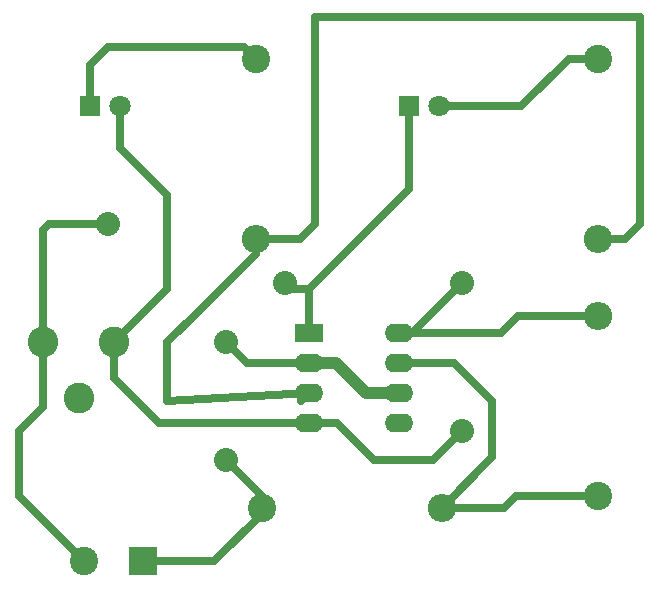
<source format=gbr>
G04 #@! TF.FileFunction,Copper,L2,Bot,Signal*
%FSLAX46Y46*%
G04 Gerber Fmt 4.6, Leading zero omitted, Abs format (unit mm)*
G04 Created by KiCad (PCBNEW 4.0.7) date Saturday, April 14, 2018 'PMt' 05:04:18 PM*
%MOMM*%
%LPD*%
G01*
G04 APERTURE LIST*
%ADD10C,0.100000*%
%ADD11R,2.400000X1.600000*%
%ADD12O,2.400000X1.600000*%
%ADD13C,1.800000*%
%ADD14R,1.800000X1.800000*%
%ADD15R,2.400000X2.400000*%
%ADD16C,2.400000*%
%ADD17O,2.400000X2.400000*%
%ADD18C,2.600000*%
%ADD19C,2.032000*%
%ADD20C,0.635000*%
%ADD21C,1.016000*%
G04 APERTURE END LIST*
D10*
D11*
X159512000Y-94234000D03*
D12*
X167132000Y-101854000D03*
X159512000Y-96774000D03*
X167132000Y-99314000D03*
X159512000Y-99314000D03*
X167132000Y-96774000D03*
X159512000Y-101854000D03*
X167132000Y-94234000D03*
D13*
X170540000Y-75000000D03*
D14*
X168000000Y-75000000D03*
D15*
X145500000Y-113500000D03*
D16*
X140500000Y-113500000D03*
D13*
X143540000Y-75000000D03*
D14*
X141000000Y-75000000D03*
D16*
X184000000Y-108000000D03*
D17*
X184000000Y-92760000D03*
D16*
X155500000Y-109000000D03*
D17*
X170740000Y-109000000D03*
D16*
X155000000Y-71000000D03*
D17*
X155000000Y-86240000D03*
D16*
X184000000Y-71000000D03*
D17*
X184000000Y-86240000D03*
D18*
X143000000Y-95000000D03*
X137000000Y-95000000D03*
X140000000Y-99700000D03*
D19*
X152500000Y-95000000D03*
X152500000Y-105000000D03*
X157500000Y-90000000D03*
X142500000Y-85000000D03*
X172500000Y-102500000D03*
X172500000Y-90000000D03*
D20*
X155500000Y-109000000D02*
X155500000Y-108000000D01*
X155500000Y-108000000D02*
X152500000Y-105000000D01*
X154274000Y-96774000D02*
X159512000Y-96774000D01*
X152500000Y-95000000D02*
X154274000Y-96774000D01*
D21*
X161774000Y-96774000D02*
X159512000Y-96774000D01*
X167132000Y-99314000D02*
X164314000Y-99314000D01*
X164314000Y-99314000D02*
X161774000Y-96774000D01*
D20*
X145500000Y-113500000D02*
X151500000Y-113500000D01*
X151500000Y-113500000D02*
X155500000Y-109500000D01*
X155500000Y-109500000D02*
X155500000Y-109000000D01*
X141000000Y-75000000D02*
X141000000Y-71500000D01*
X154000000Y-70000000D02*
X155000000Y-71000000D01*
X142500000Y-70000000D02*
X154000000Y-70000000D01*
X141000000Y-71500000D02*
X142500000Y-70000000D01*
X170540000Y-75000000D02*
X177500000Y-75000000D01*
X181500000Y-71000000D02*
X184000000Y-71000000D01*
X177500000Y-75000000D02*
X181500000Y-71000000D01*
X167132000Y-96774000D02*
X171774000Y-96774000D01*
X175000000Y-104740000D02*
X170740000Y-109000000D01*
X175000000Y-100000000D02*
X175000000Y-104740000D01*
X171774000Y-96774000D02*
X175000000Y-100000000D01*
X170740000Y-109000000D02*
X176000000Y-109000000D01*
X177000000Y-108000000D02*
X184000000Y-108000000D01*
X176000000Y-109000000D02*
X177000000Y-108000000D01*
X155000000Y-86240000D02*
X155000000Y-87500000D01*
X147500000Y-100000000D02*
X159512000Y-99314000D01*
X147500000Y-95000000D02*
X147500000Y-100000000D01*
X150000000Y-92500000D02*
X147500000Y-95000000D01*
X155000000Y-87500000D02*
X150000000Y-92500000D01*
X158826000Y-100000000D02*
X159512000Y-99314000D01*
X187500000Y-85000000D02*
X187500000Y-67500000D01*
X186260000Y-86240000D02*
X187500000Y-85000000D01*
X184000000Y-86240000D02*
X186260000Y-86240000D01*
X158760000Y-86240000D02*
X155000000Y-86240000D01*
X160000000Y-85000000D02*
X158760000Y-86240000D01*
X160000000Y-67500000D02*
X160000000Y-85000000D01*
X187500000Y-67500000D02*
X160000000Y-67500000D01*
X137000000Y-95000000D02*
X137000000Y-85500000D01*
X157988000Y-90488000D02*
X159512000Y-90488000D01*
X157500000Y-90000000D02*
X157988000Y-90488000D01*
X137500000Y-85000000D02*
X142500000Y-85000000D01*
X137000000Y-85500000D02*
X137500000Y-85000000D01*
X159512000Y-90488000D02*
X160000000Y-90000000D01*
X159512000Y-94234000D02*
X159512000Y-90488000D01*
X159512000Y-90488000D02*
X160000000Y-90000000D01*
X160000000Y-90000000D02*
X168000000Y-82000000D01*
X168000000Y-82000000D02*
X168000000Y-75000000D01*
X137000000Y-95000000D02*
X137000000Y-100500000D01*
X135000000Y-108000000D02*
X140500000Y-113500000D01*
X135000000Y-102500000D02*
X135000000Y-108000000D01*
X137000000Y-100500000D02*
X135000000Y-102500000D01*
X143000000Y-95000000D02*
X143000000Y-98000000D01*
X146854000Y-101854000D02*
X159512000Y-101854000D01*
X143000000Y-98000000D02*
X146854000Y-101854000D01*
X159512000Y-101854000D02*
X161854000Y-101854000D01*
X161854000Y-101854000D02*
X165000000Y-105000000D01*
X165000000Y-105000000D02*
X170000000Y-105000000D01*
X170000000Y-105000000D02*
X172500000Y-102500000D01*
X172500000Y-90000000D02*
X168266000Y-94234000D01*
X168266000Y-94234000D02*
X167132000Y-94234000D01*
X147500000Y-90000000D02*
X147500000Y-90500000D01*
X143540000Y-78540000D02*
X147500000Y-82500000D01*
X147500000Y-82500000D02*
X147500000Y-90000000D01*
X143540000Y-75000000D02*
X143540000Y-78540000D01*
X147500000Y-90500000D02*
X143000000Y-95000000D01*
X167132000Y-94234000D02*
X175766000Y-94234000D01*
X177240000Y-92760000D02*
X184000000Y-92760000D01*
X175766000Y-94234000D02*
X177240000Y-92760000D01*
M02*

</source>
